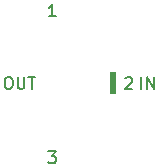
<source format=gto>
%TF.GenerationSoftware,KiCad,Pcbnew,4.0.5-e0-6337~49~ubuntu16.04.1*%
%TF.CreationDate,2017-05-26T06:28:51-07:00*%
%TF.ProjectId,2x2-Slide-Switch-CL-SB-SMT,3278322D536C6964652D537769746368,v1.1*%
%TF.FileFunction,Legend,Top*%
%FSLAX46Y46*%
G04 Gerber Fmt 4.6, Leading zero omitted, Abs format (unit mm)*
G04 Created by KiCad (PCBNEW 4.0.5-e0-6337~49~ubuntu16.04.1) date Fri May 26 06:28:51 2017*
%MOMM*%
%LPD*%
G01*
G04 APERTURE LIST*
%ADD10C,0.350000*%
%ADD11C,0.500000*%
%ADD12C,0.150000*%
%ADD13C,0.600000*%
%ADD14R,1.752600X1.351280*%
%ADD15C,6.152400*%
G04 APERTURE END LIST*
D10*
D11*
X16384000Y-40195500D02*
X16384000Y-31432500D01*
D12*
X7445500Y-35393381D02*
X7635977Y-35393381D01*
X7731215Y-35441000D01*
X7826453Y-35536238D01*
X7874072Y-35726714D01*
X7874072Y-36060048D01*
X7826453Y-36250524D01*
X7731215Y-36345762D01*
X7635977Y-36393381D01*
X7445500Y-36393381D01*
X7350262Y-36345762D01*
X7255024Y-36250524D01*
X7207405Y-36060048D01*
X7207405Y-35726714D01*
X7255024Y-35536238D01*
X7350262Y-35441000D01*
X7445500Y-35393381D01*
X8302643Y-35393381D02*
X8302643Y-36202905D01*
X8350262Y-36298143D01*
X8397881Y-36345762D01*
X8493119Y-36393381D01*
X8683596Y-36393381D01*
X8778834Y-36345762D01*
X8826453Y-36298143D01*
X8874072Y-36202905D01*
X8874072Y-35393381D01*
X9207405Y-35393381D02*
X9778834Y-35393381D01*
X9493119Y-36393381D02*
X9493119Y-35393381D01*
X17430786Y-35488619D02*
X17478405Y-35441000D01*
X17573643Y-35393381D01*
X17811739Y-35393381D01*
X17906977Y-35441000D01*
X17954596Y-35488619D01*
X18002215Y-35583857D01*
X18002215Y-35679095D01*
X17954596Y-35821952D01*
X17383167Y-36393381D01*
X18002215Y-36393381D01*
X18780191Y-36393381D02*
X18780191Y-35393381D01*
X19256381Y-36393381D02*
X19256381Y-35393381D01*
X19827810Y-36393381D01*
X19827810Y-35393381D01*
X10906167Y-41679881D02*
X11525215Y-41679881D01*
X11191881Y-42060833D01*
X11334739Y-42060833D01*
X11429977Y-42108452D01*
X11477596Y-42156071D01*
X11525215Y-42251310D01*
X11525215Y-42489405D01*
X11477596Y-42584643D01*
X11429977Y-42632262D01*
X11334739Y-42679881D01*
X11049024Y-42679881D01*
X10953786Y-42632262D01*
X10906167Y-42584643D01*
X11525215Y-30233881D02*
X10953786Y-30233881D01*
X11239500Y-30233881D02*
X11239500Y-29233881D01*
X11144262Y-29376738D01*
X11049024Y-29471976D01*
X10953786Y-29519595D01*
%LPC*%
D13*
X8445500Y-37084000D02*
G75*
G03X8445500Y-42672000I0J-2794000D01*
G01*
X8445500Y-29083000D02*
G75*
G03X8445500Y-34671000I0J-2794000D01*
G01*
D14*
X11554460Y-33378140D03*
X14353540Y-35877500D03*
X11554460Y-38376860D03*
D15*
X16445500Y-31878000D03*
X16445500Y-39878000D03*
M02*

</source>
